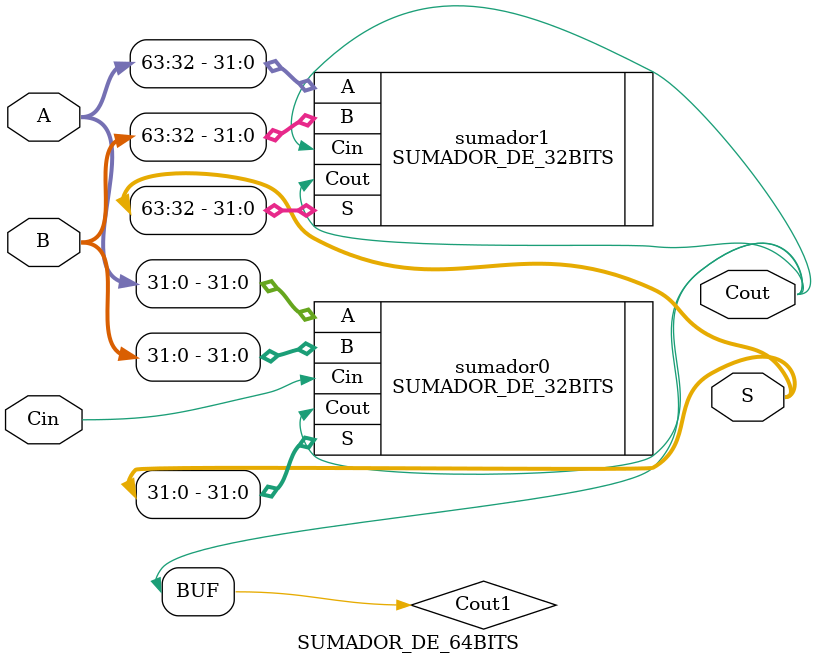
<source format=sv>
`timescale 1ns / 1ps


module SUMADOR_DE_64BITS(
    input logic [63:0] A,
    input logic [63:0] B,
    input logic Cin,
    output logic [63:0] S,
    output logic Cout
);

    logic [31:0] S0;
    logic Cout1;

    // Sumador de los bits menos significativos (0 al 31)
    SUMADOR_DE_32BITS sumador0(
        .A(A[31:0]), // Divide A en dos grupos de 32 bits
        .B(B[31:0]), // Divide B en dos grupos de 32 bits
        .Cin(Cin),
        .S(S[31:0]),
        .Cout(Cout1)
    );

    // Sumador de los bits más significativos (32 al 63)
    SUMADOR_DE_32BITS sumador1(
        .A(A[63:32]), // Divide A en dos grupos de 32 bits
        .B(B[63:32]), // Divide B en dos grupos de 32 bits
        .Cin(Cout1), // El acarreo de salida del sumador0 es el acarreo de entrada del sumador1
        .S(S[63:32]), // Conecta las salidas del sumador0 a las entradas del sumador1
        .Cout(Cout)
    );

    // Acarreo final
    assign Cout = Cout1;
endmodule

</source>
